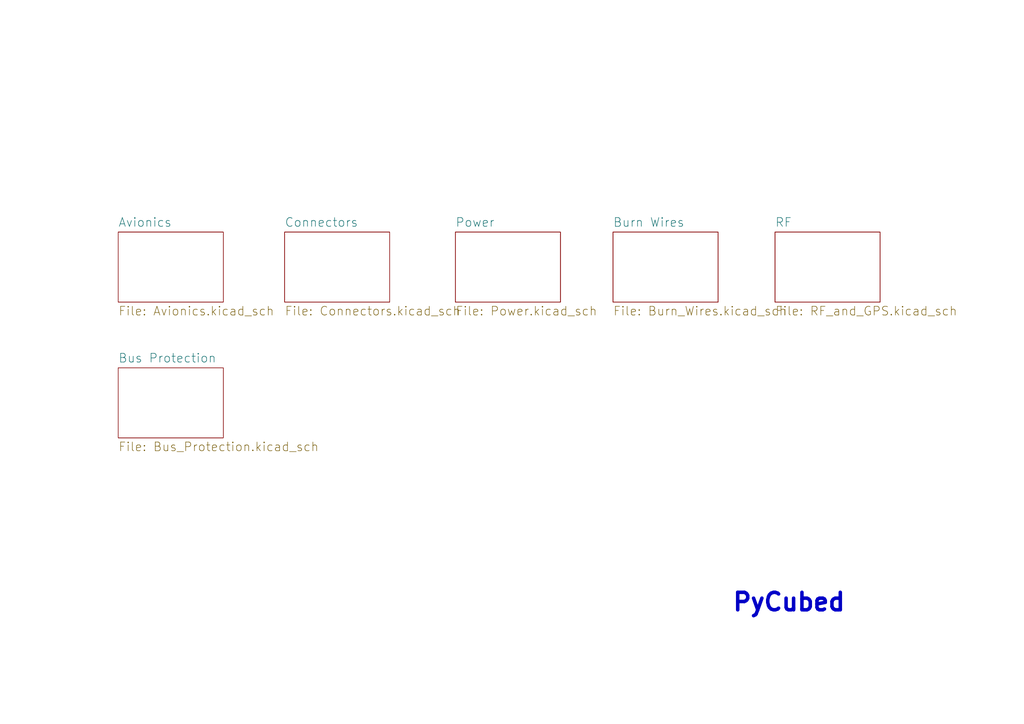
<source format=kicad_sch>
(kicad_sch (version 20230121) (generator eeschema)
  (paper "A4")
  (title_block (title "PyCubed Mainboard") (date "2024-05-14") (rev "v06b") (company "Stanford Student Space Initiative") (comment 1 "Ethan Brinser"))
  (lib_symbols)
  (text "PyCubed" (at 212.09 177.8 0) (effects (font (size 5.08 5.08) (thickness 1.016) bold) (justify left bottom)))
  (sheet (at 34.29 67.31) (size 30.48 20.32)
    (property "Sheetname" "Avionics" (at 34.29 65.9634 0) (effects (font (size 2.54 2.54)) (justify left bottom)))
    (property "Sheetfile" "Avionics.kicad_sch" (at 34.29 88.7226 0) (effects (font (size 2.54 2.54)) (justify left top)))
  )
  (sheet (at 132.08 67.31) (size 30.48 20.32)
    (property "Sheetname" "Power" (at 132.08 65.9634 0) (effects (font (size 2.54 2.54)) (justify left bottom)))
    (property "Sheetfile" "Power.kicad_sch" (at 132.08 88.7226 0) (effects (font (size 2.54 2.54)) (justify left top)))
  )
  (sheet (at 82.55 67.31) (size 30.48 20.32)
    (property "Sheetname" "Connectors" (at 82.55 65.9634 0) (effects (font (size 2.54 2.54)) (justify left bottom)))
    (property "Sheetfile" "Connectors.kicad_sch" (at 82.55 88.7226 0) (effects (font (size 2.54 2.54)) (justify left top)))
  )
  (sheet (at 224.79 67.31) (size 30.48 20.32)
    (property "Sheetname" "RF" (at 224.79 65.9634 0) (effects (font (size 2.54 2.54)) (justify left bottom)))
    (property "Sheetfile" "RF_and_GPS.kicad_sch" (at 224.79 88.7226 0) (effects (font (size 2.54 2.54)) (justify left top)))
  )
  (sheet (at 177.8 67.31) (size 30.48 20.32)
    (property "Sheetname" "Burn Wires" (at 177.8 65.9634 0) (effects (font (size 2.54 2.54)) (justify left bottom)))
    (property "Sheetfile" "Burn_Wires.kicad_sch" (at 177.8 88.7226 0) (effects (font (size 2.54 2.54)) (justify left top)))
  )
  (sheet (at 34.29 106.68) (size 30.48 20.32)
    (property "Sheetname" "Bus Protection" (at 34.29 105.3334 0) (effects (font (size 2.54 2.54)) (justify left bottom)))
    (property "Sheetfile" "Bus_Protection.kicad_sch" (at 34.29 128.0926 0) (effects (font (size 2.54 2.54)) (justify left top)))
  )
)
</source>
